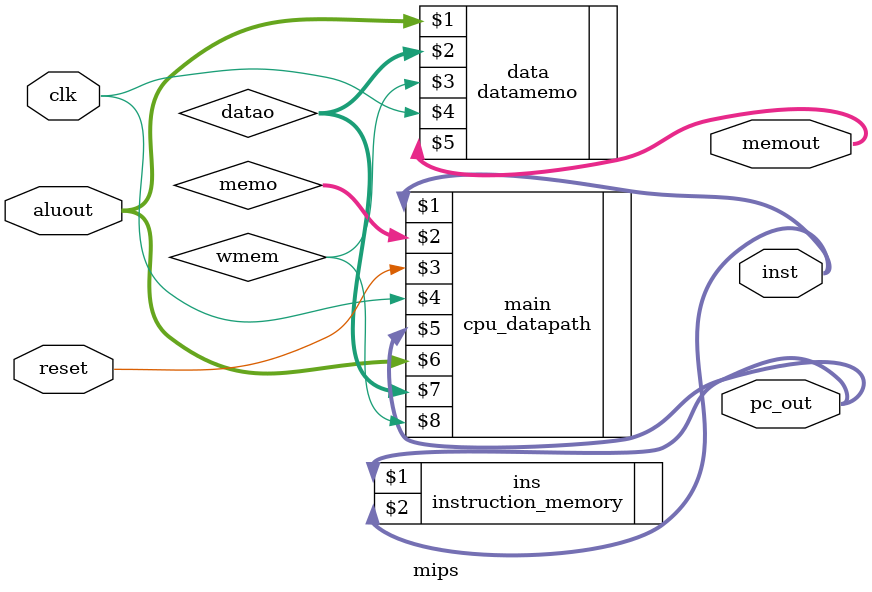
<source format=sv>
module mips #(
   parameter WIDTH=32
 ) (
   clk,reset,inst,pc_out,aluout,memout
 );
 input clk,reset;
 output [WIDTH-1:0] pc_out,inst,memout;
 inout [WIDTH-1:0] aluout;
 wire [WIDTH-1:0] datao,memo;
 wire wmem ;
 cpu_datapath main(inst,memo,reset,clk,
   pc_out,aluout,datao, wmem);
 instruction_memory ins(pc_out,inst);
 datamemo data(aluout,datao,wmem,clk,
   memout);
   //clk,memout,data,aluout,wmem);
   // (clk,dataout,datain,addr,we);
   // address,datain,we,clk,
   //dataout
 endmodule

</source>
